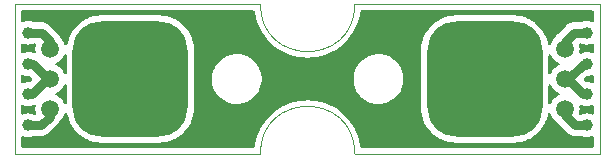
<source format=gbr>
%TF.GenerationSoftware,KiCad,Pcbnew,6.0.11-2627ca5db0~126~ubuntu20.04.1*%
%TF.CreationDate,2024-03-14T22:39:25-05:00*%
%TF.ProjectId,suqtagon-side,73757174-6167-46f6-9e2d-736964652e6b,rev?*%
%TF.SameCoordinates,Original*%
%TF.FileFunction,Copper,L1,Top*%
%TF.FilePolarity,Positive*%
%FSLAX46Y46*%
G04 Gerber Fmt 4.6, Leading zero omitted, Abs format (unit mm)*
G04 Created by KiCad (PCBNEW 6.0.11-2627ca5db0~126~ubuntu20.04.1) date 2024-03-14 22:39:25*
%MOMM*%
%LPD*%
G01*
G04 APERTURE LIST*
G04 Aperture macros list*
%AMRoundRect*
0 Rectangle with rounded corners*
0 $1 Rounding radius*
0 $2 $3 $4 $5 $6 $7 $8 $9 X,Y pos of 4 corners*
0 Add a 4 corners polygon primitive as box body*
4,1,4,$2,$3,$4,$5,$6,$7,$8,$9,$2,$3,0*
0 Add four circle primitives for the rounded corners*
1,1,$1+$1,$2,$3*
1,1,$1+$1,$4,$5*
1,1,$1+$1,$6,$7*
1,1,$1+$1,$8,$9*
0 Add four rect primitives between the rounded corners*
20,1,$1+$1,$2,$3,$4,$5,0*
20,1,$1+$1,$4,$5,$6,$7,0*
20,1,$1+$1,$6,$7,$8,$9,0*
20,1,$1+$1,$8,$9,$2,$3,0*%
G04 Aperture macros list end*
%TA.AperFunction,Profile*%
%ADD10C,0.100000*%
%TD*%
%TA.AperFunction,SMDPad,CuDef*%
%ADD11C,1.000000*%
%TD*%
%TA.AperFunction,ComponentPad*%
%ADD12C,1.500000*%
%TD*%
%TA.AperFunction,WasherPad*%
%ADD13RoundRect,2.437500X-2.437500X-2.437500X2.437500X-2.437500X2.437500X2.437500X-2.437500X2.437500X0*%
%TD*%
%TA.AperFunction,Conductor*%
%ADD14C,0.750000*%
%TD*%
%TA.AperFunction,Conductor*%
%ADD15C,0.200000*%
%TD*%
G04 APERTURE END LIST*
D10*
X120750000Y-100000000D02*
G75*
G03*
X128750000Y-100000000I4000000J0D01*
G01*
X128750000Y-100000000D02*
X149500000Y-100000000D01*
X100000000Y-100000000D02*
X120750000Y-100000000D01*
X100000000Y-112640000D02*
X120750000Y-112640000D01*
X128750000Y-112640000D02*
X149500000Y-112640000D01*
X149500000Y-100000000D02*
X149500000Y-112640000D01*
X128750000Y-112640000D02*
G75*
G03*
X120750000Y-112640000I-4000000J0D01*
G01*
X100000000Y-100000000D02*
X100000000Y-112640000D01*
D11*
%TO.P,REF\u002A\u002A,1*%
%TO.N,N/C*%
X148400000Y-110240000D03*
%TD*%
D12*
%TO.P,REF\u002A\u002A,1*%
%TO.N,N/C*%
X102975000Y-106320000D03*
%TD*%
D13*
%TO.P,REF\u002A\u002A,*%
%TO.N,*%
X139750000Y-106320000D03*
%TD*%
D11*
%TO.P,REF\u002A\u002A,1*%
%TO.N,N/C*%
X148400000Y-102400000D03*
%TD*%
%TO.P,REF\u002A\u002A,1*%
%TO.N,N/C*%
X148400000Y-107590000D03*
%TD*%
%TO.P,REF\u002A\u002A,1*%
%TO.N,N/C*%
X101100000Y-110240000D03*
%TD*%
D12*
%TO.P,REF\u002A\u002A,1*%
%TO.N,N/C*%
X102975000Y-103780000D03*
%TD*%
D11*
%TO.P,REF\u002A\u002A,1*%
%TO.N,N/C*%
X101100000Y-102400000D03*
%TD*%
D12*
%TO.P,REF\u002A\u002A,1*%
%TO.N,N/C*%
X146525000Y-103780000D03*
%TD*%
D11*
%TO.P,REF\u002A\u002A,1*%
%TO.N,N/C*%
X101100000Y-107590000D03*
%TD*%
D12*
%TO.P,REF\u002A\u002A,1*%
%TO.N,N/C*%
X102975000Y-108860000D03*
%TD*%
D11*
%TO.P,REF\u002A\u002A,1*%
%TO.N,N/C*%
X148400000Y-105050000D03*
%TD*%
%TO.P,REF\u002A\u002A,1*%
%TO.N,N/C*%
X101100000Y-105050000D03*
%TD*%
D12*
%TO.P,REF\u002A\u002A,1*%
%TO.N,N/C*%
X146525000Y-108860000D03*
%TD*%
D13*
%TO.P,REF\u002A\u002A,*%
%TO.N,*%
X109750000Y-106320000D03*
%TD*%
D12*
%TO.P,REF\u002A\u002A,1*%
%TO.N,N/C*%
X146525000Y-106320000D03*
%TD*%
D14*
%TO.N,*%
X101100000Y-107590000D02*
X101451500Y-107590000D01*
X146558000Y-106273600D02*
X146913600Y-106273600D01*
X101451500Y-107590000D02*
X102721500Y-106320000D01*
X147282000Y-102400000D02*
X148386800Y-102400000D01*
X101244400Y-110236000D02*
X102209600Y-110236000D01*
D15*
X148386800Y-102400000D02*
X148400000Y-102400000D01*
D14*
X102920800Y-109524800D02*
X102920800Y-108813600D01*
X146525000Y-103157000D02*
X147282000Y-102400000D01*
X102247600Y-102400000D02*
X102975000Y-103127400D01*
X146525000Y-106320000D02*
X146807600Y-106320000D01*
X101193600Y-102400000D02*
X102247600Y-102400000D01*
X102209600Y-110236000D02*
X102920800Y-109524800D01*
X146807600Y-106320000D02*
X148077600Y-107590000D01*
X102975000Y-103127400D02*
X102975000Y-103780000D01*
X146913600Y-106273600D02*
X148137200Y-105050000D01*
X101494000Y-105050000D02*
X102764000Y-106320000D01*
X146525000Y-103780000D02*
X146525000Y-103157000D01*
X146525000Y-109390200D02*
X147374800Y-110240000D01*
D15*
X148336000Y-107590000D02*
X148400000Y-107590000D01*
X148137200Y-105050000D02*
X148400000Y-105050000D01*
D14*
X102721500Y-106320000D02*
X102975000Y-106320000D01*
X147374800Y-110240000D02*
X148183600Y-110240000D01*
X102764000Y-106320000D02*
X102975000Y-106320000D01*
X148077600Y-107590000D02*
X148336000Y-107590000D01*
X146525000Y-108860000D02*
X146525000Y-109390200D01*
X101100000Y-105050000D02*
X101494000Y-105050000D01*
%TD*%
%TA.AperFunction,NonConductor*%
G36*
X101709056Y-103303502D02*
G01*
X101755549Y-103357158D01*
X101765653Y-103427432D01*
X101762642Y-103442112D01*
X101730885Y-103560629D01*
X101711693Y-103780000D01*
X101730885Y-103999371D01*
X101732308Y-104004681D01*
X101733264Y-104010104D01*
X101731840Y-104010355D01*
X101730306Y-104074524D01*
X101690506Y-104133316D01*
X101625238Y-104161256D01*
X101550365Y-104146981D01*
X101492701Y-104115802D01*
X101303768Y-104057318D01*
X101297643Y-104056674D01*
X101297642Y-104056674D01*
X101113204Y-104037289D01*
X101113202Y-104037289D01*
X101107075Y-104036645D01*
X101024576Y-104044153D01*
X100916251Y-104054011D01*
X100916248Y-104054012D01*
X100910112Y-104054570D01*
X100904206Y-104056308D01*
X100904202Y-104056309D01*
X100799076Y-104087249D01*
X100720381Y-104110410D01*
X100714920Y-104113265D01*
X100714910Y-104113269D01*
X100692874Y-104124789D01*
X100623239Y-104138623D01*
X100557178Y-104112612D01*
X100515667Y-104055016D01*
X100508500Y-104013127D01*
X100508500Y-103439345D01*
X100528502Y-103371224D01*
X100582158Y-103324731D01*
X100652432Y-103314627D01*
X100684941Y-103323882D01*
X100688917Y-103325619D01*
X100694294Y-103328624D01*
X100882392Y-103389740D01*
X101078777Y-103413158D01*
X101084912Y-103412686D01*
X101084914Y-103412686D01*
X101269830Y-103398457D01*
X101269834Y-103398456D01*
X101275972Y-103397984D01*
X101466463Y-103344798D01*
X101471967Y-103342018D01*
X101471969Y-103342017D01*
X101561020Y-103297034D01*
X101617830Y-103283500D01*
X101640935Y-103283500D01*
X101709056Y-103303502D01*
G37*
%TD.AperFunction*%
%TA.AperFunction,NonConductor*%
G36*
X147942205Y-103299512D02*
G01*
X147988916Y-103325619D01*
X147988922Y-103325621D01*
X147994294Y-103328624D01*
X148182392Y-103389740D01*
X148378777Y-103413158D01*
X148384912Y-103412686D01*
X148384914Y-103412686D01*
X148569830Y-103398457D01*
X148569834Y-103398456D01*
X148575972Y-103397984D01*
X148766463Y-103344798D01*
X148794713Y-103330528D01*
X148808690Y-103323468D01*
X148878512Y-103310608D01*
X148944203Y-103337538D01*
X148984906Y-103395708D01*
X148991500Y-103435934D01*
X148991500Y-104011925D01*
X148971498Y-104080046D01*
X148917842Y-104126539D01*
X148847568Y-104136643D01*
X148805570Y-104122760D01*
X148798122Y-104118733D01*
X148798121Y-104118733D01*
X148792701Y-104115802D01*
X148603768Y-104057318D01*
X148597643Y-104056674D01*
X148597642Y-104056674D01*
X148413204Y-104037289D01*
X148413202Y-104037289D01*
X148407075Y-104036645D01*
X148324576Y-104044153D01*
X148216251Y-104054011D01*
X148216248Y-104054012D01*
X148210112Y-104054570D01*
X148204206Y-104056308D01*
X148204202Y-104056309D01*
X148099076Y-104087249D01*
X148020381Y-104110410D01*
X148014923Y-104113263D01*
X148014919Y-104113265D01*
X147947958Y-104148272D01*
X147878322Y-104162106D01*
X147812261Y-104136096D01*
X147770749Y-104078500D01*
X147768122Y-104010348D01*
X147766736Y-104010104D01*
X147767692Y-104004681D01*
X147769115Y-103999371D01*
X147788307Y-103780000D01*
X147769115Y-103560629D01*
X147737358Y-103442112D01*
X147739048Y-103371135D01*
X147778842Y-103312339D01*
X147844106Y-103284391D01*
X147859065Y-103283500D01*
X147880734Y-103283500D01*
X147942205Y-103299512D01*
G37*
%TD.AperFunction*%
%TA.AperFunction,NonConductor*%
G36*
X104309459Y-104236678D02*
G01*
X104355525Y-104290701D01*
X104366500Y-104342132D01*
X104366500Y-105757869D01*
X104346498Y-105825990D01*
X104292842Y-105872483D01*
X104222568Y-105882587D01*
X104157988Y-105853093D01*
X104126305Y-105811119D01*
X104069056Y-105688347D01*
X104024675Y-105624964D01*
X103945908Y-105512473D01*
X103945906Y-105512470D01*
X103942749Y-105507962D01*
X103787038Y-105352251D01*
X103770768Y-105340858D01*
X103707759Y-105296739D01*
X103606654Y-105225944D01*
X103601672Y-105223621D01*
X103601667Y-105223618D01*
X103474232Y-105164195D01*
X103420947Y-105117278D01*
X103401486Y-105049001D01*
X103422028Y-104981041D01*
X103474232Y-104935805D01*
X103601667Y-104876382D01*
X103601672Y-104876379D01*
X103606654Y-104874056D01*
X103787038Y-104747749D01*
X103942749Y-104592038D01*
X103991928Y-104521804D01*
X104065899Y-104416162D01*
X104065900Y-104416160D01*
X104069056Y-104411653D01*
X104071379Y-104406671D01*
X104071382Y-104406666D01*
X104126305Y-104288882D01*
X104173222Y-104235597D01*
X104241500Y-104216136D01*
X104309459Y-104236678D01*
G37*
%TD.AperFunction*%
%TA.AperFunction,NonConductor*%
G36*
X145342011Y-104246906D02*
G01*
X145373694Y-104288880D01*
X145428618Y-104406666D01*
X145428621Y-104406671D01*
X145430944Y-104411653D01*
X145434100Y-104416160D01*
X145434101Y-104416162D01*
X145508073Y-104521804D01*
X145557251Y-104592038D01*
X145712962Y-104747749D01*
X145893346Y-104874056D01*
X145898328Y-104876379D01*
X145898333Y-104876382D01*
X146025768Y-104935805D01*
X146079053Y-104982722D01*
X146098514Y-105050999D01*
X146077972Y-105118959D01*
X146025768Y-105164195D01*
X145898334Y-105223618D01*
X145898329Y-105223621D01*
X145893347Y-105225944D01*
X145888840Y-105229100D01*
X145888838Y-105229101D01*
X145717473Y-105349092D01*
X145717470Y-105349094D01*
X145712962Y-105352251D01*
X145557251Y-105507962D01*
X145554094Y-105512470D01*
X145554092Y-105512473D01*
X145475325Y-105624964D01*
X145430944Y-105688347D01*
X145428621Y-105693329D01*
X145428618Y-105693334D01*
X145373694Y-105811120D01*
X145326777Y-105864405D01*
X145258499Y-105883866D01*
X145190539Y-105863324D01*
X145144474Y-105809301D01*
X145133499Y-105757870D01*
X145133499Y-104342130D01*
X145153501Y-104274009D01*
X145207157Y-104227516D01*
X145277431Y-104217412D01*
X145342011Y-104246906D01*
G37*
%TD.AperFunction*%
%TA.AperFunction,NonConductor*%
G36*
X148944203Y-105987538D02*
G01*
X148984906Y-106045708D01*
X148991500Y-106085934D01*
X148991500Y-106551925D01*
X148971498Y-106620046D01*
X148917842Y-106666539D01*
X148847568Y-106676643D01*
X148805570Y-106662760D01*
X148798122Y-106658733D01*
X148798121Y-106658733D01*
X148792701Y-106655802D01*
X148603768Y-106597318D01*
X148597643Y-106596674D01*
X148597642Y-106596674D01*
X148413204Y-106577289D01*
X148413202Y-106577289D01*
X148407075Y-106576645D01*
X148380268Y-106579085D01*
X148310616Y-106565338D01*
X148279756Y-106542698D01*
X148175953Y-106438895D01*
X148141927Y-106376583D01*
X148146992Y-106305768D01*
X148175953Y-106260705D01*
X148340102Y-106096556D01*
X148402414Y-106062530D01*
X148419529Y-106060022D01*
X148448109Y-106057823D01*
X148569830Y-106048457D01*
X148569834Y-106048456D01*
X148575972Y-106047984D01*
X148766463Y-105994798D01*
X148794713Y-105980528D01*
X148808690Y-105973468D01*
X148878512Y-105960608D01*
X148944203Y-105987538D01*
G37*
%TD.AperFunction*%
%TA.AperFunction,NonConductor*%
G36*
X100684941Y-105973882D02*
G01*
X100688917Y-105975619D01*
X100694294Y-105978624D01*
X100882392Y-106039740D01*
X101078777Y-106063158D01*
X101084912Y-106062686D01*
X101084914Y-106062686D01*
X101140999Y-106058370D01*
X101187135Y-106054820D01*
X101256589Y-106069537D01*
X101285896Y-106091354D01*
X101404197Y-106209655D01*
X101438223Y-106271967D01*
X101433158Y-106342782D01*
X101404197Y-106387845D01*
X101247592Y-106544450D01*
X101185280Y-106578476D01*
X101145328Y-106580665D01*
X101113205Y-106577289D01*
X101113202Y-106577289D01*
X101107075Y-106576645D01*
X101024576Y-106584153D01*
X100916251Y-106594011D01*
X100916248Y-106594012D01*
X100910112Y-106594570D01*
X100904206Y-106596308D01*
X100904202Y-106596309D01*
X100799076Y-106627249D01*
X100720381Y-106650410D01*
X100714920Y-106653265D01*
X100714910Y-106653269D01*
X100692874Y-106664789D01*
X100623239Y-106678623D01*
X100557178Y-106652612D01*
X100515667Y-106595016D01*
X100508500Y-106553127D01*
X100508500Y-106089345D01*
X100528502Y-106021224D01*
X100582158Y-105974731D01*
X100652432Y-105964627D01*
X100684941Y-105973882D01*
G37*
%TD.AperFunction*%
%TA.AperFunction,NonConductor*%
G36*
X104309461Y-106776676D02*
G01*
X104355526Y-106830699D01*
X104366501Y-106882130D01*
X104366501Y-108297870D01*
X104346499Y-108365991D01*
X104292843Y-108412484D01*
X104222569Y-108422588D01*
X104157989Y-108393094D01*
X104126306Y-108351120D01*
X104071382Y-108233334D01*
X104071379Y-108233329D01*
X104069056Y-108228347D01*
X104052149Y-108204201D01*
X103945908Y-108052473D01*
X103945906Y-108052470D01*
X103942749Y-108047962D01*
X103787038Y-107892251D01*
X103606654Y-107765944D01*
X103601672Y-107763621D01*
X103601667Y-107763618D01*
X103474232Y-107704195D01*
X103420947Y-107657278D01*
X103401486Y-107589001D01*
X103422028Y-107521041D01*
X103474232Y-107475805D01*
X103601667Y-107416382D01*
X103601672Y-107416379D01*
X103606654Y-107414056D01*
X103765545Y-107302799D01*
X103782527Y-107290908D01*
X103782529Y-107290906D01*
X103787038Y-107287749D01*
X103942749Y-107132038D01*
X104012958Y-107031770D01*
X104065899Y-106956162D01*
X104065900Y-106956160D01*
X104069056Y-106951653D01*
X104071379Y-106946671D01*
X104071382Y-106946666D01*
X104126306Y-106828880D01*
X104173223Y-106775595D01*
X104241501Y-106756134D01*
X104309461Y-106776676D01*
G37*
%TD.AperFunction*%
%TA.AperFunction,NonConductor*%
G36*
X145342012Y-106786907D02*
G01*
X145373694Y-106828880D01*
X145430944Y-106951653D01*
X145434100Y-106956160D01*
X145434101Y-106956162D01*
X145487043Y-107031770D01*
X145557251Y-107132038D01*
X145712962Y-107287749D01*
X145717471Y-107290906D01*
X145717473Y-107290908D01*
X145734455Y-107302799D01*
X145893346Y-107414056D01*
X145898328Y-107416379D01*
X145898333Y-107416382D01*
X146025768Y-107475805D01*
X146079053Y-107522722D01*
X146098514Y-107590999D01*
X146077972Y-107658959D01*
X146025768Y-107704195D01*
X145898334Y-107763618D01*
X145898329Y-107763621D01*
X145893347Y-107765944D01*
X145888840Y-107769100D01*
X145888838Y-107769101D01*
X145717473Y-107889092D01*
X145717470Y-107889094D01*
X145712962Y-107892251D01*
X145557251Y-108047962D01*
X145554094Y-108052470D01*
X145554092Y-108052473D01*
X145447851Y-108204201D01*
X145430944Y-108228347D01*
X145428621Y-108233329D01*
X145428618Y-108233334D01*
X145373695Y-108351118D01*
X145326778Y-108404403D01*
X145258500Y-108423864D01*
X145190541Y-108403322D01*
X145144475Y-108349299D01*
X145133500Y-108297868D01*
X145133500Y-106882131D01*
X145153502Y-106814010D01*
X145207158Y-106767517D01*
X145277432Y-106757413D01*
X145342012Y-106786907D01*
G37*
%TD.AperFunction*%
%TA.AperFunction,NonConductor*%
G36*
X101689165Y-108504824D02*
G01*
X101729869Y-108562994D01*
X101731975Y-108629669D01*
X101733264Y-108629896D01*
X101732308Y-108635319D01*
X101730885Y-108640629D01*
X101711693Y-108860000D01*
X101730885Y-109079371D01*
X101732307Y-109084677D01*
X101732308Y-109084684D01*
X101761570Y-109193889D01*
X101759880Y-109264865D01*
X101720086Y-109323661D01*
X101654822Y-109351609D01*
X101639863Y-109352500D01*
X101610951Y-109352500D01*
X101551022Y-109337336D01*
X101534907Y-109328623D01*
X101492701Y-109305802D01*
X101303768Y-109247318D01*
X101297643Y-109246674D01*
X101297642Y-109246674D01*
X101113204Y-109227289D01*
X101113202Y-109227289D01*
X101107075Y-109226645D01*
X101024576Y-109234153D01*
X100916251Y-109244011D01*
X100916248Y-109244012D01*
X100910112Y-109244570D01*
X100904206Y-109246308D01*
X100904202Y-109246309D01*
X100810082Y-109274010D01*
X100720381Y-109300410D01*
X100714922Y-109303264D01*
X100714910Y-109303269D01*
X100692874Y-109314789D01*
X100623239Y-109328623D01*
X100557178Y-109302612D01*
X100515667Y-109245016D01*
X100508500Y-109203127D01*
X100508500Y-108629345D01*
X100528502Y-108561224D01*
X100582158Y-108514731D01*
X100652432Y-108504627D01*
X100684941Y-108513882D01*
X100688917Y-108515619D01*
X100694294Y-108518624D01*
X100882392Y-108579740D01*
X101078777Y-108603158D01*
X101084912Y-108602686D01*
X101084914Y-108602686D01*
X101269830Y-108588457D01*
X101269834Y-108588456D01*
X101275972Y-108587984D01*
X101466463Y-108534798D01*
X101553655Y-108490755D01*
X101623474Y-108477895D01*
X101689165Y-108504824D01*
G37*
%TD.AperFunction*%
%TA.AperFunction,NonConductor*%
G36*
X147944979Y-108491300D02*
G01*
X147951375Y-108494637D01*
X147994294Y-108518624D01*
X148182392Y-108579740D01*
X148378777Y-108603158D01*
X148384912Y-108602686D01*
X148384914Y-108602686D01*
X148569830Y-108588457D01*
X148569834Y-108588456D01*
X148575972Y-108587984D01*
X148766463Y-108534798D01*
X148794713Y-108520528D01*
X148808690Y-108513468D01*
X148878512Y-108500608D01*
X148944203Y-108527538D01*
X148984906Y-108585708D01*
X148991500Y-108625934D01*
X148991500Y-109201925D01*
X148971498Y-109270046D01*
X148917842Y-109316539D01*
X148847568Y-109326643D01*
X148805570Y-109312760D01*
X148798122Y-109308733D01*
X148798120Y-109308732D01*
X148792701Y-109305802D01*
X148603768Y-109247318D01*
X148597643Y-109246674D01*
X148597642Y-109246674D01*
X148413204Y-109227289D01*
X148413202Y-109227289D01*
X148407075Y-109226645D01*
X148324576Y-109234153D01*
X148216251Y-109244011D01*
X148216248Y-109244012D01*
X148210112Y-109244570D01*
X148204206Y-109246308D01*
X148204202Y-109246309D01*
X148080073Y-109282842D01*
X148020381Y-109300410D01*
X148014921Y-109303264D01*
X148014922Y-109303264D01*
X147940517Y-109342162D01*
X147882142Y-109356500D01*
X147859065Y-109356500D01*
X147790944Y-109336498D01*
X147744451Y-109282842D01*
X147734347Y-109212568D01*
X147737358Y-109197888D01*
X147741517Y-109182366D01*
X147769115Y-109079371D01*
X147788307Y-108860000D01*
X147769115Y-108640629D01*
X147767692Y-108635319D01*
X147766736Y-108629896D01*
X147768388Y-108629605D01*
X147769901Y-108566257D01*
X147809699Y-108507464D01*
X147874966Y-108479521D01*
X147944979Y-108491300D01*
G37*
%TD.AperFunction*%
%TA.AperFunction,NonConductor*%
G36*
X120227256Y-100528502D02*
G01*
X120273749Y-100582158D01*
X120283927Y-100617092D01*
X120313532Y-100829320D01*
X120352733Y-100995993D01*
X120403304Y-101211006D01*
X120408977Y-101235128D01*
X120541458Y-101630398D01*
X120709845Y-102011758D01*
X120711267Y-102014311D01*
X120711269Y-102014315D01*
X120884031Y-102324483D01*
X120912701Y-102375955D01*
X121148296Y-102719881D01*
X121150144Y-102722107D01*
X121150152Y-102722117D01*
X121332121Y-102941253D01*
X121414619Y-103040601D01*
X121709399Y-103335381D01*
X121711632Y-103337235D01*
X121711635Y-103337238D01*
X122027883Y-103599848D01*
X122027893Y-103599856D01*
X122030119Y-103601704D01*
X122374045Y-103837299D01*
X122376598Y-103838721D01*
X122733097Y-104037289D01*
X122738242Y-104040155D01*
X123119602Y-104208542D01*
X123514872Y-104341023D01*
X123517705Y-104341689D01*
X123517711Y-104341691D01*
X123676179Y-104378962D01*
X123920680Y-104436468D01*
X123923565Y-104436870D01*
X123923568Y-104436871D01*
X124195648Y-104474825D01*
X124333564Y-104494063D01*
X124336448Y-104494196D01*
X124336455Y-104494197D01*
X124747102Y-104513182D01*
X124750000Y-104513316D01*
X124752898Y-104513182D01*
X125163545Y-104494197D01*
X125163552Y-104494196D01*
X125166436Y-104494063D01*
X125304352Y-104474825D01*
X125576432Y-104436871D01*
X125576435Y-104436870D01*
X125579320Y-104436468D01*
X125823821Y-104378962D01*
X125982289Y-104341691D01*
X125982295Y-104341689D01*
X125985128Y-104341023D01*
X126380398Y-104208542D01*
X126761758Y-104040155D01*
X126766904Y-104037289D01*
X127123402Y-103838721D01*
X127125955Y-103837299D01*
X127469881Y-103601704D01*
X127472107Y-103599856D01*
X127472117Y-103599848D01*
X127788365Y-103337238D01*
X127788368Y-103337235D01*
X127790601Y-103335381D01*
X128085381Y-103040601D01*
X128167879Y-102941253D01*
X128349848Y-102722117D01*
X128349856Y-102722107D01*
X128351704Y-102719881D01*
X128587299Y-102375955D01*
X128615969Y-102324483D01*
X128788731Y-102014315D01*
X128788733Y-102014311D01*
X128790155Y-102011758D01*
X128958542Y-101630398D01*
X129091023Y-101235128D01*
X129096697Y-101211006D01*
X129147267Y-100995993D01*
X129186468Y-100829320D01*
X129216073Y-100617092D01*
X129245295Y-100552388D01*
X129304860Y-100513754D01*
X129340865Y-100508500D01*
X148865500Y-100508500D01*
X148933621Y-100528502D01*
X148980114Y-100582158D01*
X148991500Y-100634500D01*
X148991500Y-101361925D01*
X148971498Y-101430046D01*
X148917842Y-101476539D01*
X148847568Y-101486643D01*
X148805570Y-101472760D01*
X148798122Y-101468733D01*
X148798121Y-101468733D01*
X148792701Y-101465802D01*
X148603768Y-101407318D01*
X148597643Y-101406674D01*
X148597642Y-101406674D01*
X148413204Y-101387289D01*
X148413202Y-101387289D01*
X148407075Y-101386645D01*
X148324576Y-101394153D01*
X148216251Y-101404011D01*
X148216248Y-101404012D01*
X148210112Y-101404570D01*
X148204206Y-101406308D01*
X148204202Y-101406309D01*
X148059145Y-101449001D01*
X148020381Y-101460410D01*
X148014921Y-101463264D01*
X148014922Y-101463264D01*
X147940517Y-101502162D01*
X147882142Y-101516500D01*
X147361457Y-101516500D01*
X147341745Y-101514949D01*
X147335008Y-101513882D01*
X147335009Y-101513882D01*
X147328493Y-101512850D01*
X147321906Y-101513195D01*
X147321902Y-101513195D01*
X147262150Y-101516327D01*
X147255555Y-101516500D01*
X147235694Y-101516500D01*
X147215931Y-101518577D01*
X147209372Y-101519093D01*
X147193573Y-101519921D01*
X147149623Y-101522224D01*
X147149619Y-101522225D01*
X147143029Y-101522570D01*
X147130071Y-101526042D01*
X147110628Y-101529645D01*
X147097298Y-101531046D01*
X147034106Y-101551578D01*
X147027804Y-101553444D01*
X147003823Y-101559870D01*
X146963637Y-101570638D01*
X146957758Y-101573634D01*
X146957749Y-101573637D01*
X146951683Y-101576728D01*
X146933421Y-101584292D01*
X146926958Y-101586392D01*
X146926953Y-101586394D01*
X146920669Y-101588436D01*
X146863119Y-101621663D01*
X146857366Y-101624786D01*
X146798161Y-101654952D01*
X146793027Y-101659109D01*
X146793026Y-101659110D01*
X146787737Y-101663393D01*
X146771449Y-101674588D01*
X146759831Y-101681296D01*
X146754925Y-101685713D01*
X146754920Y-101685717D01*
X146710462Y-101725747D01*
X146705447Y-101730031D01*
X146697369Y-101736573D01*
X146690015Y-101742528D01*
X146675979Y-101756564D01*
X146671194Y-101761105D01*
X146621815Y-101805566D01*
X146617934Y-101810908D01*
X146613925Y-101816425D01*
X146601086Y-101831456D01*
X145956454Y-102476088D01*
X145941426Y-102488925D01*
X145930566Y-102496815D01*
X145926145Y-102501725D01*
X145926144Y-102501726D01*
X145886114Y-102546184D01*
X145881573Y-102550969D01*
X145867528Y-102565014D01*
X145865444Y-102567588D01*
X145865441Y-102567591D01*
X145855031Y-102580446D01*
X145850747Y-102585462D01*
X145810717Y-102629920D01*
X145810713Y-102629925D01*
X145806296Y-102634831D01*
X145801256Y-102643561D01*
X145799589Y-102646448D01*
X145788391Y-102662741D01*
X145779953Y-102673161D01*
X145749787Y-102732363D01*
X145746654Y-102738133D01*
X145717718Y-102788253D01*
X145713436Y-102795669D01*
X145711396Y-102801948D01*
X145711370Y-102802006D01*
X145685357Y-102839856D01*
X145557251Y-102967962D01*
X145554094Y-102972470D01*
X145554092Y-102972473D01*
X145504945Y-103042662D01*
X145430944Y-103148347D01*
X145428621Y-103153329D01*
X145428618Y-103153334D01*
X145411687Y-103189644D01*
X145337880Y-103347924D01*
X145336456Y-103353237D01*
X145336456Y-103353238D01*
X145333039Y-103365990D01*
X145296087Y-103426613D01*
X145232227Y-103457634D01*
X145161732Y-103449206D01*
X145106985Y-103404003D01*
X145086782Y-103352438D01*
X145074558Y-103272553D01*
X145074557Y-103272548D01*
X145074007Y-103268954D01*
X144984358Y-102941253D01*
X144983004Y-102937884D01*
X144858994Y-102629400D01*
X144858991Y-102629393D01*
X144857638Y-102626028D01*
X144798215Y-102516584D01*
X144697263Y-102330653D01*
X144697257Y-102330644D01*
X144695527Y-102327457D01*
X144500174Y-102049497D01*
X144287598Y-101810907D01*
X144276578Y-101798539D01*
X144274167Y-101795833D01*
X144197978Y-101727951D01*
X144023216Y-101572243D01*
X144023214Y-101572241D01*
X144020503Y-101569826D01*
X143968226Y-101533085D01*
X143745517Y-101376563D01*
X143745515Y-101376562D01*
X143742543Y-101374473D01*
X143739356Y-101372743D01*
X143739347Y-101372737D01*
X143490994Y-101237893D01*
X143443972Y-101212362D01*
X143440607Y-101211009D01*
X143440600Y-101211006D01*
X143132116Y-101086996D01*
X143132111Y-101086994D01*
X143128747Y-101085642D01*
X142801046Y-100995993D01*
X142797455Y-100995444D01*
X142797448Y-100995442D01*
X142468481Y-100945104D01*
X142468480Y-100945104D01*
X142465213Y-100944604D01*
X142461918Y-100944449D01*
X142461912Y-100944448D01*
X142294861Y-100936570D01*
X142294854Y-100936570D01*
X142293373Y-100936500D01*
X142291886Y-100936500D01*
X139750001Y-100936501D01*
X137206628Y-100936501D01*
X137205148Y-100936571D01*
X137205139Y-100936571D01*
X137038087Y-100944448D01*
X137038080Y-100944449D01*
X137034787Y-100944604D01*
X136977687Y-100953341D01*
X136702552Y-100995442D01*
X136702545Y-100995444D01*
X136698954Y-100995993D01*
X136371253Y-101085642D01*
X136367889Y-101086994D01*
X136367884Y-101086996D01*
X136059400Y-101211006D01*
X136059393Y-101211009D01*
X136056028Y-101212362D01*
X136009006Y-101237893D01*
X135760653Y-101372737D01*
X135760644Y-101372743D01*
X135757457Y-101374473D01*
X135754485Y-101376562D01*
X135754483Y-101376563D01*
X135531774Y-101533085D01*
X135479497Y-101569826D01*
X135476786Y-101572241D01*
X135476784Y-101572243D01*
X135302022Y-101727951D01*
X135225833Y-101795833D01*
X135223422Y-101798539D01*
X135212403Y-101810907D01*
X134999826Y-102049497D01*
X134804473Y-102327457D01*
X134802743Y-102330644D01*
X134802737Y-102330653D01*
X134701785Y-102516584D01*
X134642362Y-102626028D01*
X134641009Y-102629393D01*
X134641006Y-102629400D01*
X134516996Y-102937884D01*
X134515642Y-102941253D01*
X134425993Y-103268954D01*
X134425444Y-103272545D01*
X134425442Y-103272552D01*
X134381361Y-103560629D01*
X134374604Y-103604787D01*
X134366500Y-103776627D01*
X134366501Y-108863372D01*
X134374604Y-109035213D01*
X134375104Y-109038480D01*
X134423019Y-109351609D01*
X134425993Y-109371046D01*
X134515642Y-109698747D01*
X134516994Y-109702111D01*
X134516996Y-109702116D01*
X134637852Y-110002752D01*
X134642362Y-110013972D01*
X134689806Y-110101353D01*
X134802737Y-110309347D01*
X134802743Y-110309356D01*
X134804473Y-110312543D01*
X134999826Y-110590503D01*
X135002241Y-110593214D01*
X135002243Y-110593216D01*
X135207491Y-110823581D01*
X135225833Y-110844167D01*
X135228539Y-110846578D01*
X135475220Y-111066363D01*
X135479497Y-111070174D01*
X135482464Y-111072259D01*
X135482465Y-111072260D01*
X135739858Y-111253158D01*
X135757457Y-111265527D01*
X135760644Y-111267257D01*
X135760653Y-111267263D01*
X135958267Y-111374558D01*
X136056028Y-111427638D01*
X136059393Y-111428991D01*
X136059400Y-111428994D01*
X136367884Y-111553004D01*
X136367889Y-111553006D01*
X136371253Y-111554358D01*
X136698954Y-111644007D01*
X136702545Y-111644556D01*
X136702552Y-111644558D01*
X137031519Y-111694896D01*
X137034787Y-111695396D01*
X137038082Y-111695551D01*
X137038088Y-111695552D01*
X137205139Y-111703430D01*
X137205146Y-111703430D01*
X137206627Y-111703500D01*
X139750000Y-111703500D01*
X142293372Y-111703499D01*
X142294852Y-111703429D01*
X142294861Y-111703429D01*
X142461913Y-111695552D01*
X142461920Y-111695551D01*
X142465213Y-111695396D01*
X142522313Y-111686659D01*
X142797448Y-111644558D01*
X142797455Y-111644556D01*
X142801046Y-111644007D01*
X143128747Y-111554358D01*
X143132111Y-111553006D01*
X143132116Y-111553004D01*
X143440600Y-111428994D01*
X143440607Y-111428991D01*
X143443972Y-111427638D01*
X143541733Y-111374558D01*
X143739347Y-111267263D01*
X143739356Y-111267257D01*
X143742543Y-111265527D01*
X143760143Y-111253158D01*
X144017535Y-111072260D01*
X144017536Y-111072259D01*
X144020503Y-111070174D01*
X144024781Y-111066363D01*
X144271461Y-110846578D01*
X144274167Y-110844167D01*
X144292509Y-110823581D01*
X144497757Y-110593216D01*
X144497759Y-110593214D01*
X144500174Y-110590503D01*
X144695527Y-110312543D01*
X144697257Y-110309356D01*
X144697263Y-110309347D01*
X144810194Y-110101353D01*
X144857638Y-110013972D01*
X144862149Y-110002752D01*
X144983004Y-109702116D01*
X144983006Y-109702111D01*
X144984358Y-109698747D01*
X145074007Y-109371046D01*
X145076845Y-109352500D01*
X145086782Y-109287562D01*
X145116858Y-109223251D01*
X145176929Y-109185409D01*
X145247922Y-109186051D01*
X145307299Y-109224973D01*
X145333039Y-109274010D01*
X145337880Y-109292076D01*
X145374704Y-109371046D01*
X145428618Y-109486666D01*
X145428621Y-109486671D01*
X145430944Y-109491653D01*
X145434100Y-109496160D01*
X145434101Y-109496162D01*
X145506389Y-109599399D01*
X145557251Y-109672038D01*
X145712962Y-109827749D01*
X145717470Y-109830906D01*
X145717473Y-109830908D01*
X145764742Y-109864006D01*
X145798998Y-109901390D01*
X145799112Y-109901307D01*
X145799838Y-109902306D01*
X145801589Y-109904217D01*
X145802993Y-109906649D01*
X145802996Y-109906653D01*
X145806296Y-109912369D01*
X145810713Y-109917275D01*
X145810717Y-109917280D01*
X145850747Y-109961738D01*
X145855031Y-109966754D01*
X145865441Y-109979609D01*
X145867528Y-109982186D01*
X145881573Y-109996231D01*
X145886114Y-110001016D01*
X145930566Y-110050385D01*
X145935908Y-110054266D01*
X145935910Y-110054268D01*
X145941416Y-110058268D01*
X145956450Y-110071108D01*
X146693888Y-110808545D01*
X146706730Y-110823581D01*
X146714615Y-110834434D01*
X146719525Y-110838855D01*
X146719526Y-110838856D01*
X146763994Y-110878895D01*
X146768779Y-110883436D01*
X146782815Y-110897472D01*
X146785379Y-110899548D01*
X146798247Y-110909969D01*
X146803262Y-110914253D01*
X146847720Y-110954283D01*
X146847725Y-110954287D01*
X146852631Y-110958704D01*
X146858347Y-110962004D01*
X146858348Y-110962005D01*
X146864249Y-110965412D01*
X146880537Y-110976607D01*
X146890961Y-110985048D01*
X146950166Y-111015214D01*
X146955919Y-111018337D01*
X147013469Y-111051564D01*
X147019753Y-111053606D01*
X147019758Y-111053608D01*
X147026221Y-111055708D01*
X147044483Y-111063272D01*
X147050549Y-111066363D01*
X147050558Y-111066366D01*
X147056437Y-111069362D01*
X147062815Y-111071071D01*
X147120604Y-111086556D01*
X147126906Y-111088422D01*
X147190098Y-111108954D01*
X147203005Y-111110311D01*
X147203428Y-111110355D01*
X147222871Y-111113958D01*
X147235829Y-111117430D01*
X147242419Y-111117775D01*
X147242423Y-111117776D01*
X147286373Y-111120079D01*
X147302172Y-111120907D01*
X147308731Y-111121423D01*
X147328494Y-111123500D01*
X147348355Y-111123500D01*
X147354950Y-111123673D01*
X147414702Y-111126805D01*
X147414706Y-111126805D01*
X147421293Y-111127150D01*
X147434547Y-111125051D01*
X147454256Y-111123500D01*
X147880734Y-111123500D01*
X147942205Y-111139512D01*
X147988916Y-111165619D01*
X147988922Y-111165621D01*
X147994294Y-111168624D01*
X148182392Y-111229740D01*
X148378777Y-111253158D01*
X148384912Y-111252686D01*
X148384914Y-111252686D01*
X148569830Y-111238457D01*
X148569834Y-111238456D01*
X148575972Y-111237984D01*
X148766463Y-111184798D01*
X148794713Y-111170528D01*
X148808690Y-111163468D01*
X148878512Y-111150608D01*
X148944203Y-111177538D01*
X148984906Y-111235708D01*
X148991500Y-111275934D01*
X148991500Y-112005500D01*
X148971498Y-112073621D01*
X148917842Y-112120114D01*
X148865500Y-112131500D01*
X129340865Y-112131500D01*
X129272744Y-112111498D01*
X129226251Y-112057842D01*
X129216073Y-112022908D01*
X129186871Y-111813568D01*
X129186870Y-111813565D01*
X129186468Y-111810680D01*
X129125863Y-111553004D01*
X129091691Y-111407711D01*
X129091689Y-111407705D01*
X129091023Y-111404872D01*
X128958542Y-111009602D01*
X128790155Y-110628242D01*
X128767482Y-110587535D01*
X128588721Y-110266598D01*
X128587299Y-110264045D01*
X128351704Y-109920119D01*
X128349856Y-109917893D01*
X128349848Y-109917883D01*
X128087238Y-109601635D01*
X128087235Y-109601632D01*
X128085381Y-109599399D01*
X127790601Y-109304619D01*
X127788184Y-109302612D01*
X127472117Y-109040152D01*
X127472107Y-109040144D01*
X127469881Y-109038296D01*
X127125955Y-108802701D01*
X126844813Y-108646106D01*
X126764315Y-108601269D01*
X126764311Y-108601267D01*
X126761758Y-108599845D01*
X126380398Y-108431458D01*
X125985128Y-108298977D01*
X125982295Y-108298311D01*
X125982289Y-108298309D01*
X125771367Y-108248701D01*
X125579320Y-108203532D01*
X125576435Y-108203130D01*
X125576432Y-108203129D01*
X125169303Y-108146337D01*
X125169304Y-108146337D01*
X125166436Y-108145937D01*
X125163552Y-108145804D01*
X125163545Y-108145803D01*
X124752898Y-108126818D01*
X124750000Y-108126684D01*
X124747102Y-108126818D01*
X124336455Y-108145803D01*
X124336448Y-108145804D01*
X124333564Y-108145937D01*
X124330696Y-108146337D01*
X124330697Y-108146337D01*
X123923568Y-108203129D01*
X123923565Y-108203130D01*
X123920680Y-108203532D01*
X123728633Y-108248701D01*
X123517711Y-108298309D01*
X123517705Y-108298311D01*
X123514872Y-108298977D01*
X123119602Y-108431458D01*
X122738242Y-108599845D01*
X122735689Y-108601267D01*
X122735685Y-108601269D01*
X122655187Y-108646106D01*
X122374045Y-108802701D01*
X122030119Y-109038296D01*
X122027893Y-109040144D01*
X122027883Y-109040152D01*
X121711816Y-109302612D01*
X121709399Y-109304619D01*
X121414619Y-109599399D01*
X121412765Y-109601632D01*
X121412762Y-109601635D01*
X121150152Y-109917883D01*
X121150144Y-109917893D01*
X121148296Y-109920119D01*
X120912701Y-110264045D01*
X120911279Y-110266598D01*
X120732519Y-110587535D01*
X120709845Y-110628242D01*
X120541458Y-111009602D01*
X120408977Y-111404872D01*
X120408311Y-111407705D01*
X120408309Y-111407711D01*
X120374137Y-111553004D01*
X120313532Y-111810680D01*
X120313130Y-111813565D01*
X120313129Y-111813568D01*
X120283927Y-112022908D01*
X120254705Y-112087612D01*
X120195140Y-112126246D01*
X120159135Y-112131500D01*
X100634500Y-112131500D01*
X100566379Y-112111498D01*
X100519886Y-112057842D01*
X100508500Y-112005500D01*
X100508500Y-111279345D01*
X100528502Y-111211224D01*
X100582158Y-111164731D01*
X100652432Y-111154627D01*
X100684941Y-111163882D01*
X100688917Y-111165619D01*
X100694294Y-111168624D01*
X100882392Y-111229740D01*
X101078777Y-111253158D01*
X101084912Y-111252686D01*
X101084914Y-111252686D01*
X101269830Y-111238457D01*
X101269834Y-111238456D01*
X101275972Y-111237984D01*
X101466463Y-111184798D01*
X101568938Y-111133034D01*
X101625749Y-111119500D01*
X102130143Y-111119500D01*
X102149855Y-111121051D01*
X102163107Y-111123150D01*
X102169694Y-111122805D01*
X102169698Y-111122805D01*
X102229450Y-111119673D01*
X102236045Y-111119500D01*
X102255906Y-111119500D01*
X102275669Y-111117423D01*
X102282228Y-111116907D01*
X102298027Y-111116079D01*
X102341977Y-111113776D01*
X102341981Y-111113775D01*
X102348571Y-111113430D01*
X102361529Y-111109958D01*
X102380972Y-111106355D01*
X102381395Y-111106311D01*
X102394302Y-111104954D01*
X102457494Y-111084422D01*
X102463796Y-111082556D01*
X102521585Y-111067071D01*
X102527963Y-111065362D01*
X102533842Y-111062366D01*
X102533851Y-111062363D01*
X102539917Y-111059272D01*
X102558179Y-111051708D01*
X102564643Y-111049608D01*
X102564651Y-111049605D01*
X102570931Y-111047564D01*
X102576650Y-111044262D01*
X102576655Y-111044260D01*
X102628467Y-111014346D01*
X102634237Y-111011213D01*
X102693439Y-110981047D01*
X102703859Y-110972609D01*
X102720152Y-110961411D01*
X102720503Y-110961209D01*
X102731769Y-110954704D01*
X102736675Y-110950287D01*
X102736680Y-110950283D01*
X102781138Y-110910253D01*
X102786154Y-110905969D01*
X102799009Y-110895559D01*
X102799012Y-110895556D01*
X102801586Y-110893472D01*
X102815631Y-110879427D01*
X102820416Y-110874886D01*
X102851855Y-110846578D01*
X102869785Y-110830434D01*
X102877669Y-110819582D01*
X102890512Y-110804545D01*
X103489342Y-110205715D01*
X103504377Y-110192874D01*
X103509884Y-110188873D01*
X103509890Y-110188868D01*
X103515234Y-110184985D01*
X103559695Y-110135606D01*
X103564236Y-110130821D01*
X103578272Y-110116785D01*
X103590769Y-110101353D01*
X103595053Y-110096338D01*
X103635083Y-110051880D01*
X103635087Y-110051875D01*
X103639504Y-110046969D01*
X103646212Y-110035351D01*
X103657407Y-110019063D01*
X103661690Y-110013774D01*
X103661691Y-110013773D01*
X103665848Y-110008639D01*
X103696014Y-109949434D01*
X103699137Y-109943681D01*
X103732364Y-109886131D01*
X103732364Y-109886130D01*
X103732748Y-109886352D01*
X103772892Y-109837654D01*
X103782535Y-109830902D01*
X103787038Y-109827749D01*
X103942749Y-109672038D01*
X103993612Y-109599399D01*
X104065899Y-109496162D01*
X104065900Y-109496160D01*
X104069056Y-109491653D01*
X104071379Y-109486671D01*
X104071382Y-109486666D01*
X104125296Y-109371046D01*
X104162120Y-109292076D01*
X104166961Y-109274010D01*
X104203913Y-109213387D01*
X104267773Y-109182366D01*
X104338268Y-109190794D01*
X104393015Y-109235997D01*
X104413218Y-109287562D01*
X104423155Y-109352500D01*
X104425993Y-109371046D01*
X104515642Y-109698747D01*
X104516994Y-109702111D01*
X104516996Y-109702116D01*
X104637852Y-110002752D01*
X104642362Y-110013972D01*
X104689806Y-110101353D01*
X104802737Y-110309347D01*
X104802743Y-110309356D01*
X104804473Y-110312543D01*
X104999826Y-110590503D01*
X105002241Y-110593214D01*
X105002243Y-110593216D01*
X105207491Y-110823581D01*
X105225833Y-110844167D01*
X105228539Y-110846578D01*
X105475220Y-111066363D01*
X105479497Y-111070174D01*
X105482464Y-111072259D01*
X105482465Y-111072260D01*
X105739858Y-111253158D01*
X105757457Y-111265527D01*
X105760644Y-111267257D01*
X105760653Y-111267263D01*
X105958267Y-111374558D01*
X106056028Y-111427638D01*
X106059393Y-111428991D01*
X106059400Y-111428994D01*
X106367884Y-111553004D01*
X106367889Y-111553006D01*
X106371253Y-111554358D01*
X106698954Y-111644007D01*
X106702545Y-111644556D01*
X106702552Y-111644558D01*
X107031519Y-111694896D01*
X107034787Y-111695396D01*
X107038082Y-111695551D01*
X107038088Y-111695552D01*
X107205139Y-111703430D01*
X107205146Y-111703430D01*
X107206627Y-111703500D01*
X109750000Y-111703500D01*
X112293372Y-111703499D01*
X112294852Y-111703429D01*
X112294861Y-111703429D01*
X112461913Y-111695552D01*
X112461920Y-111695551D01*
X112465213Y-111695396D01*
X112522313Y-111686659D01*
X112797448Y-111644558D01*
X112797455Y-111644556D01*
X112801046Y-111644007D01*
X113128747Y-111554358D01*
X113132111Y-111553006D01*
X113132116Y-111553004D01*
X113440600Y-111428994D01*
X113440607Y-111428991D01*
X113443972Y-111427638D01*
X113541733Y-111374558D01*
X113739347Y-111267263D01*
X113739356Y-111267257D01*
X113742543Y-111265527D01*
X113760143Y-111253158D01*
X114017535Y-111072260D01*
X114017536Y-111072259D01*
X114020503Y-111070174D01*
X114024781Y-111066363D01*
X114271461Y-110846578D01*
X114274167Y-110844167D01*
X114292509Y-110823581D01*
X114497757Y-110593216D01*
X114497759Y-110593214D01*
X114500174Y-110590503D01*
X114695527Y-110312543D01*
X114697257Y-110309356D01*
X114697263Y-110309347D01*
X114810194Y-110101353D01*
X114857638Y-110013972D01*
X114862149Y-110002752D01*
X114983004Y-109702116D01*
X114983006Y-109702111D01*
X114984358Y-109698747D01*
X115074007Y-109371046D01*
X115076982Y-109351609D01*
X115124896Y-109038481D01*
X115124896Y-109038480D01*
X115125396Y-109035213D01*
X115133500Y-108863373D01*
X115133500Y-106452703D01*
X116640743Y-106452703D01*
X116678268Y-106737734D01*
X116679401Y-106741874D01*
X116679401Y-106741876D01*
X116688921Y-106776676D01*
X116754129Y-107015036D01*
X116866923Y-107279476D01*
X116878693Y-107299142D01*
X117011497Y-107521041D01*
X117014561Y-107526161D01*
X117194313Y-107750528D01*
X117211397Y-107766740D01*
X117347765Y-107896148D01*
X117402851Y-107948423D01*
X117636317Y-108116186D01*
X117640112Y-108118195D01*
X117640113Y-108118196D01*
X117661869Y-108129715D01*
X117890392Y-108250712D01*
X118160373Y-108349511D01*
X118441264Y-108410755D01*
X118469841Y-108413004D01*
X118664282Y-108428307D01*
X118664291Y-108428307D01*
X118666739Y-108428500D01*
X118822271Y-108428500D01*
X118824407Y-108428354D01*
X118824418Y-108428354D01*
X119032548Y-108414165D01*
X119032554Y-108414164D01*
X119036825Y-108413873D01*
X119041020Y-108413004D01*
X119041022Y-108413004D01*
X119177584Y-108384723D01*
X119318342Y-108355574D01*
X119589343Y-108259607D01*
X119844812Y-108127750D01*
X119848313Y-108125289D01*
X119848317Y-108125287D01*
X119963884Y-108044065D01*
X120080023Y-107962441D01*
X120290622Y-107766740D01*
X120472713Y-107544268D01*
X120622927Y-107299142D01*
X120626542Y-107290908D01*
X120736757Y-107039830D01*
X120738483Y-107035898D01*
X120763902Y-106946666D01*
X120814110Y-106770407D01*
X120817244Y-106759406D01*
X120857751Y-106474784D01*
X120857845Y-106456951D01*
X120857867Y-106452703D01*
X128640743Y-106452703D01*
X128678268Y-106737734D01*
X128679401Y-106741874D01*
X128679401Y-106741876D01*
X128688921Y-106776676D01*
X128754129Y-107015036D01*
X128866923Y-107279476D01*
X128878693Y-107299142D01*
X129011497Y-107521041D01*
X129014561Y-107526161D01*
X129194313Y-107750528D01*
X129211397Y-107766740D01*
X129347765Y-107896148D01*
X129402851Y-107948423D01*
X129636317Y-108116186D01*
X129640112Y-108118195D01*
X129640113Y-108118196D01*
X129661869Y-108129715D01*
X129890392Y-108250712D01*
X130160373Y-108349511D01*
X130441264Y-108410755D01*
X130469841Y-108413004D01*
X130664282Y-108428307D01*
X130664291Y-108428307D01*
X130666739Y-108428500D01*
X130822271Y-108428500D01*
X130824407Y-108428354D01*
X130824418Y-108428354D01*
X131032548Y-108414165D01*
X131032554Y-108414164D01*
X131036825Y-108413873D01*
X131041020Y-108413004D01*
X131041022Y-108413004D01*
X131177584Y-108384723D01*
X131318342Y-108355574D01*
X131589343Y-108259607D01*
X131844812Y-108127750D01*
X131848313Y-108125289D01*
X131848317Y-108125287D01*
X131963884Y-108044065D01*
X132080023Y-107962441D01*
X132290622Y-107766740D01*
X132472713Y-107544268D01*
X132622927Y-107299142D01*
X132626542Y-107290908D01*
X132736757Y-107039830D01*
X132738483Y-107035898D01*
X132763902Y-106946666D01*
X132814110Y-106770407D01*
X132817244Y-106759406D01*
X132857751Y-106474784D01*
X132857845Y-106456951D01*
X132859235Y-106191583D01*
X132859235Y-106191576D01*
X132859257Y-106187297D01*
X132821732Y-105902266D01*
X132817809Y-105887924D01*
X132782230Y-105757870D01*
X132745871Y-105624964D01*
X132633077Y-105360524D01*
X132554422Y-105229101D01*
X132487643Y-105117521D01*
X132487640Y-105117517D01*
X132485439Y-105113839D01*
X132305687Y-104889472D01*
X132156342Y-104747749D01*
X132100258Y-104694527D01*
X132100255Y-104694525D01*
X132097149Y-104691577D01*
X131863683Y-104523814D01*
X131841843Y-104512250D01*
X131806738Y-104493663D01*
X131609608Y-104389288D01*
X131339627Y-104290489D01*
X131058736Y-104229245D01*
X131027685Y-104226801D01*
X130835718Y-104211693D01*
X130835709Y-104211693D01*
X130833261Y-104211500D01*
X130677729Y-104211500D01*
X130675593Y-104211646D01*
X130675582Y-104211646D01*
X130467452Y-104225835D01*
X130467446Y-104225836D01*
X130463175Y-104226127D01*
X130458980Y-104226996D01*
X130458978Y-104226996D01*
X130362836Y-104246906D01*
X130181658Y-104284426D01*
X129910657Y-104380393D01*
X129655188Y-104512250D01*
X129651687Y-104514711D01*
X129651683Y-104514713D01*
X129641594Y-104521804D01*
X129419977Y-104677559D01*
X129209378Y-104873260D01*
X129027287Y-105095732D01*
X128877073Y-105340858D01*
X128875347Y-105344791D01*
X128875346Y-105344792D01*
X128872072Y-105352251D01*
X128761517Y-105604102D01*
X128760342Y-105608229D01*
X128760341Y-105608230D01*
X128722136Y-105742348D01*
X128682756Y-105880594D01*
X128642249Y-106165216D01*
X128642227Y-106169505D01*
X128642226Y-106169512D01*
X128640815Y-106438895D01*
X128640743Y-106452703D01*
X120857867Y-106452703D01*
X120859235Y-106191583D01*
X120859235Y-106191576D01*
X120859257Y-106187297D01*
X120821732Y-105902266D01*
X120817809Y-105887924D01*
X120782230Y-105757870D01*
X120745871Y-105624964D01*
X120633077Y-105360524D01*
X120554422Y-105229101D01*
X120487643Y-105117521D01*
X120487640Y-105117517D01*
X120485439Y-105113839D01*
X120305687Y-104889472D01*
X120156342Y-104747749D01*
X120100258Y-104694527D01*
X120100255Y-104694525D01*
X120097149Y-104691577D01*
X119863683Y-104523814D01*
X119841843Y-104512250D01*
X119806738Y-104493663D01*
X119609608Y-104389288D01*
X119339627Y-104290489D01*
X119058736Y-104229245D01*
X119027685Y-104226801D01*
X118835718Y-104211693D01*
X118835709Y-104211693D01*
X118833261Y-104211500D01*
X118677729Y-104211500D01*
X118675593Y-104211646D01*
X118675582Y-104211646D01*
X118467452Y-104225835D01*
X118467446Y-104225836D01*
X118463175Y-104226127D01*
X118458980Y-104226996D01*
X118458978Y-104226996D01*
X118362836Y-104246906D01*
X118181658Y-104284426D01*
X117910657Y-104380393D01*
X117655188Y-104512250D01*
X117651687Y-104514711D01*
X117651683Y-104514713D01*
X117641594Y-104521804D01*
X117419977Y-104677559D01*
X117209378Y-104873260D01*
X117027287Y-105095732D01*
X116877073Y-105340858D01*
X116875347Y-105344791D01*
X116875346Y-105344792D01*
X116872072Y-105352251D01*
X116761517Y-105604102D01*
X116760342Y-105608229D01*
X116760341Y-105608230D01*
X116722136Y-105742348D01*
X116682756Y-105880594D01*
X116642249Y-106165216D01*
X116642227Y-106169505D01*
X116642226Y-106169512D01*
X116640815Y-106438895D01*
X116640743Y-106452703D01*
X115133500Y-106452703D01*
X115133499Y-103776628D01*
X115125396Y-103604787D01*
X115096001Y-103412686D01*
X115074558Y-103272552D01*
X115074556Y-103272545D01*
X115074007Y-103268954D01*
X114984358Y-102941253D01*
X114983004Y-102937884D01*
X114858994Y-102629400D01*
X114858991Y-102629393D01*
X114857638Y-102626028D01*
X114798215Y-102516584D01*
X114697263Y-102330653D01*
X114697257Y-102330644D01*
X114695527Y-102327457D01*
X114500174Y-102049497D01*
X114287598Y-101810907D01*
X114276578Y-101798539D01*
X114274167Y-101795833D01*
X114197978Y-101727951D01*
X114023216Y-101572243D01*
X114023214Y-101572241D01*
X114020503Y-101569826D01*
X113968226Y-101533085D01*
X113745517Y-101376563D01*
X113745515Y-101376562D01*
X113742543Y-101374473D01*
X113739356Y-101372743D01*
X113739347Y-101372737D01*
X113490994Y-101237893D01*
X113443972Y-101212362D01*
X113440607Y-101211009D01*
X113440600Y-101211006D01*
X113132116Y-101086996D01*
X113132111Y-101086994D01*
X113128747Y-101085642D01*
X112801046Y-100995993D01*
X112797455Y-100995444D01*
X112797448Y-100995442D01*
X112468481Y-100945104D01*
X112468480Y-100945104D01*
X112465213Y-100944604D01*
X112461918Y-100944449D01*
X112461912Y-100944448D01*
X112294861Y-100936570D01*
X112294854Y-100936570D01*
X112293373Y-100936500D01*
X112291886Y-100936500D01*
X109750001Y-100936501D01*
X107206628Y-100936501D01*
X107205148Y-100936571D01*
X107205139Y-100936571D01*
X107038087Y-100944448D01*
X107038080Y-100944449D01*
X107034787Y-100944604D01*
X106977687Y-100953341D01*
X106702552Y-100995442D01*
X106702545Y-100995444D01*
X106698954Y-100995993D01*
X106371253Y-101085642D01*
X106367889Y-101086994D01*
X106367884Y-101086996D01*
X106059400Y-101211006D01*
X106059393Y-101211009D01*
X106056028Y-101212362D01*
X106009006Y-101237893D01*
X105760653Y-101372737D01*
X105760644Y-101372743D01*
X105757457Y-101374473D01*
X105754485Y-101376562D01*
X105754483Y-101376563D01*
X105531774Y-101533085D01*
X105479497Y-101569826D01*
X105476786Y-101572241D01*
X105476784Y-101572243D01*
X105302022Y-101727951D01*
X105225833Y-101795833D01*
X105223422Y-101798539D01*
X105212403Y-101810907D01*
X104999826Y-102049497D01*
X104804473Y-102327457D01*
X104802743Y-102330644D01*
X104802737Y-102330653D01*
X104701785Y-102516584D01*
X104642362Y-102626028D01*
X104641009Y-102629393D01*
X104641006Y-102629400D01*
X104516996Y-102937884D01*
X104515642Y-102941253D01*
X104425993Y-103268954D01*
X104425443Y-103272548D01*
X104425442Y-103272553D01*
X104413218Y-103352438D01*
X104383142Y-103416749D01*
X104323071Y-103454591D01*
X104252078Y-103453949D01*
X104192701Y-103415027D01*
X104166961Y-103365990D01*
X104163544Y-103353238D01*
X104163544Y-103353237D01*
X104162120Y-103347924D01*
X104088313Y-103189644D01*
X104071382Y-103153334D01*
X104071379Y-103153329D01*
X104069056Y-103148347D01*
X103995055Y-103042662D01*
X103945908Y-102972473D01*
X103945906Y-102972470D01*
X103942749Y-102967962D01*
X103834896Y-102860109D01*
X103806359Y-102816166D01*
X103806071Y-102815416D01*
X103804362Y-102809037D01*
X103801366Y-102803158D01*
X103801363Y-102803149D01*
X103798272Y-102797083D01*
X103790708Y-102778821D01*
X103788608Y-102772357D01*
X103788605Y-102772349D01*
X103786564Y-102766069D01*
X103783262Y-102760350D01*
X103783260Y-102760345D01*
X103753346Y-102708533D01*
X103750213Y-102702763D01*
X103720047Y-102643561D01*
X103711609Y-102633141D01*
X103700411Y-102616848D01*
X103700209Y-102616497D01*
X103693704Y-102605231D01*
X103689287Y-102600325D01*
X103689283Y-102600320D01*
X103649253Y-102555862D01*
X103644969Y-102550846D01*
X103634559Y-102537991D01*
X103634556Y-102537988D01*
X103632472Y-102535414D01*
X103618427Y-102521369D01*
X103613886Y-102516584D01*
X103573856Y-102472126D01*
X103573855Y-102472125D01*
X103569434Y-102467215D01*
X103558574Y-102459325D01*
X103543546Y-102446488D01*
X102928512Y-101831454D01*
X102915675Y-101816426D01*
X102907785Y-101805566D01*
X102896976Y-101795833D01*
X102858416Y-101761114D01*
X102853631Y-101756573D01*
X102839586Y-101742528D01*
X102837009Y-101740441D01*
X102824154Y-101730031D01*
X102819138Y-101725747D01*
X102774680Y-101685717D01*
X102774675Y-101685713D01*
X102769769Y-101681296D01*
X102758152Y-101674589D01*
X102741859Y-101663391D01*
X102736571Y-101659109D01*
X102731439Y-101654953D01*
X102672237Y-101624787D01*
X102666467Y-101621654D01*
X102614655Y-101591740D01*
X102614650Y-101591738D01*
X102608931Y-101588436D01*
X102602651Y-101586395D01*
X102602643Y-101586392D01*
X102596179Y-101584292D01*
X102577917Y-101576728D01*
X102571851Y-101573637D01*
X102571842Y-101573634D01*
X102565963Y-101570638D01*
X102525777Y-101559870D01*
X102501796Y-101553444D01*
X102495494Y-101551578D01*
X102432302Y-101531046D01*
X102418972Y-101529645D01*
X102399529Y-101526042D01*
X102386571Y-101522570D01*
X102379981Y-101522225D01*
X102379977Y-101522224D01*
X102336027Y-101519921D01*
X102320228Y-101519093D01*
X102313669Y-101518577D01*
X102293906Y-101516500D01*
X102274045Y-101516500D01*
X102267450Y-101516327D01*
X102207698Y-101513195D01*
X102207694Y-101513195D01*
X102201107Y-101512850D01*
X102187853Y-101514949D01*
X102168144Y-101516500D01*
X101618346Y-101516500D01*
X101558417Y-101501335D01*
X101498126Y-101468735D01*
X101498123Y-101468734D01*
X101492701Y-101465802D01*
X101303768Y-101407318D01*
X101297643Y-101406674D01*
X101297642Y-101406674D01*
X101113204Y-101387289D01*
X101113202Y-101387289D01*
X101107075Y-101386645D01*
X101024576Y-101394153D01*
X100916251Y-101404011D01*
X100916248Y-101404012D01*
X100910112Y-101404570D01*
X100904206Y-101406308D01*
X100904202Y-101406309D01*
X100799076Y-101437249D01*
X100720381Y-101460410D01*
X100714922Y-101463264D01*
X100714910Y-101463269D01*
X100692874Y-101474789D01*
X100623239Y-101488623D01*
X100557178Y-101462612D01*
X100515667Y-101405016D01*
X100508500Y-101363127D01*
X100508500Y-100634500D01*
X100528502Y-100566379D01*
X100582158Y-100519886D01*
X100634500Y-100508500D01*
X120159135Y-100508500D01*
X120227256Y-100528502D01*
G37*
%TD.AperFunction*%
M02*

</source>
